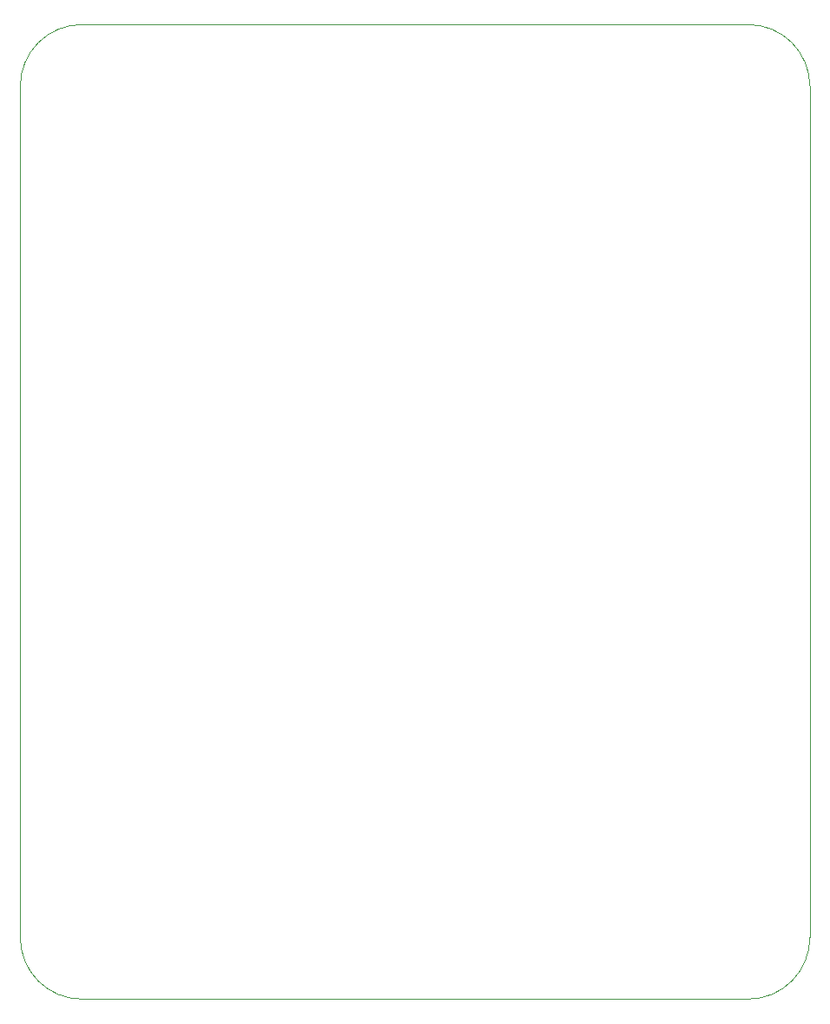
<source format=gm1>
%TF.GenerationSoftware,KiCad,Pcbnew,(6.0.1)*%
%TF.CreationDate,2022-06-03T05:32:11-04:00*%
%TF.ProjectId,Proto16-I2C,50726f74-6f31-4362-9d49-32432e6b6963,X1*%
%TF.SameCoordinates,Original*%
%TF.FileFunction,Profile,NP*%
%FSLAX46Y46*%
G04 Gerber Fmt 4.6, Leading zero omitted, Abs format (unit mm)*
G04 Created by KiCad (PCBNEW (6.0.1)) date 2022-06-03 05:32:11*
%MOMM*%
%LPD*%
G01*
G04 APERTURE LIST*
%TA.AperFunction,Profile*%
%ADD10C,0.100000*%
%TD*%
G04 APERTURE END LIST*
D10*
X81000000Y-105000000D02*
X16000000Y-105000000D01*
X16000000Y-10000000D02*
G75*
G03*
X10000000Y-16000000I-1J-5999999D01*
G01*
X87000000Y-99000000D02*
X87000000Y-16000000D01*
X81000000Y-105000000D02*
G75*
G03*
X87000000Y-99000000I1J5999999D01*
G01*
X10000000Y-99000000D02*
G75*
G03*
X16000000Y-105000000I5999999J-1D01*
G01*
X87000000Y-16000000D02*
G75*
G03*
X81000000Y-10000000I-5999999J1D01*
G01*
X10000000Y-99000000D02*
X10000000Y-16000000D01*
X16000000Y-10000000D02*
X81000000Y-10000000D01*
M02*

</source>
